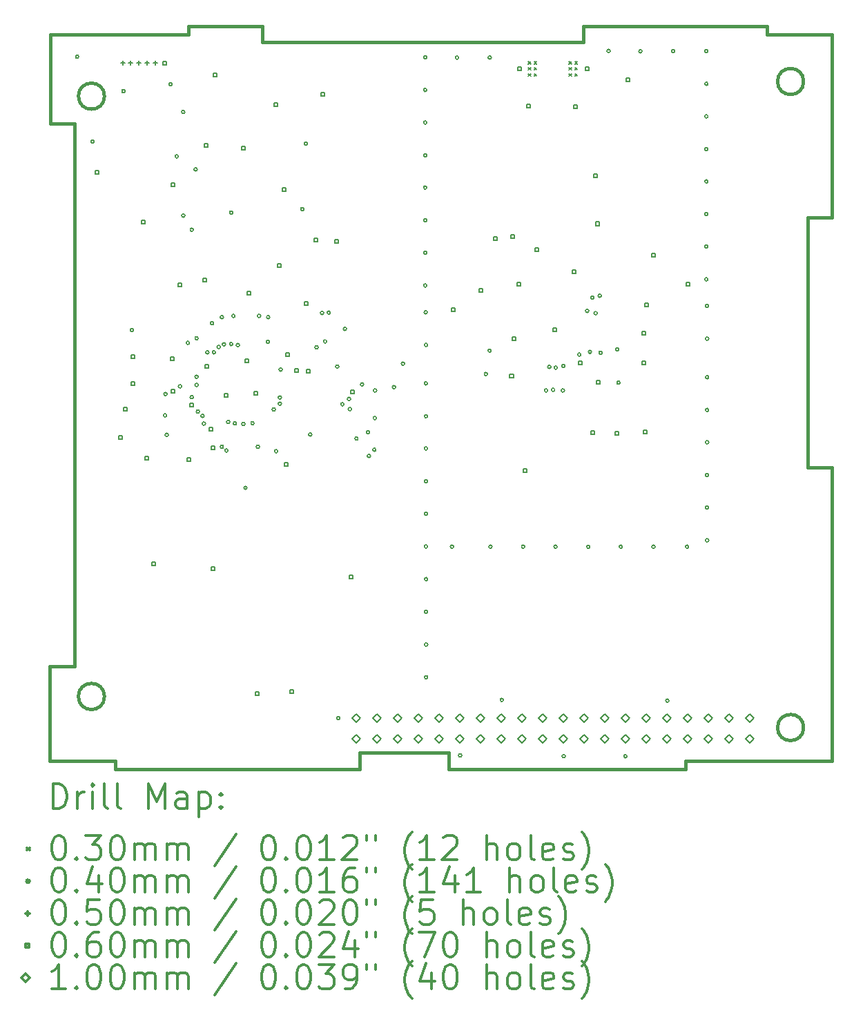
<source format=gbr>
%FSLAX45Y45*%
G04 Gerber Fmt 4.5, Leading zero omitted, Abs format (unit mm)*
G04 Created by KiCad (PCBNEW 5.1.5+dfsg1-2build2) date 2021-02-28 15:53:23*
%MOMM*%
%LPD*%
G04 APERTURE LIST*
%TA.AperFunction,Profile*%
%ADD10C,0.381000*%
%TD*%
%ADD11C,0.200000*%
%ADD12C,0.300000*%
G04 APERTURE END LIST*
D10*
X17678908Y-11075924D02*
X17678908Y-14675612D01*
X9788906Y-5765800D02*
X9788906Y-5665724D01*
X9788906Y-5665724D02*
X10689844Y-5665724D01*
X12978892Y-14575790D02*
X11888978Y-14575790D01*
X8388858Y-6865874D02*
X8089900Y-6865874D01*
X8388858Y-13515848D02*
X8388858Y-6865874D01*
X11888978Y-14775688D02*
X8890762Y-14775688D01*
X8756650Y-6525768D02*
G75*
G03X8756650Y-6525768I-159766J0D01*
G01*
X15878810Y-14675866D02*
X15878810Y-14775688D01*
X16878808Y-5665724D02*
X16878808Y-5765800D01*
X17678908Y-14675866D02*
X15878810Y-14675866D01*
X16878808Y-5765800D02*
X17678908Y-5765800D01*
X17330674Y-6345682D02*
G75*
G03X17330674Y-6345682I-159766J0D01*
G01*
X8089900Y-5765800D02*
X9788906Y-5765800D01*
X8088884Y-14675866D02*
X8088884Y-13515848D01*
X17378934Y-8015732D02*
X17378934Y-11075924D01*
X10689844Y-5864860D02*
X14628876Y-5864860D01*
X17330674Y-14267434D02*
G75*
G03X17330674Y-14267434I-160020J0D01*
G01*
X8890762Y-14775688D02*
X8890762Y-14675866D01*
X11888978Y-14575790D02*
X11888978Y-14775688D01*
X17378934Y-11075924D02*
X17678908Y-11075924D01*
X17678908Y-8015732D02*
X17378934Y-8015732D01*
X14628876Y-5665724D02*
X16878808Y-5665724D01*
X12978892Y-14775688D02*
X12978892Y-14575790D01*
X17678908Y-5765800D02*
X17678908Y-8015732D01*
X10689844Y-5665724D02*
X10689844Y-5864860D01*
X14628876Y-5864860D02*
X14628876Y-5665724D01*
X15178786Y-14775688D02*
X12978892Y-14775688D01*
X8890762Y-14675866D02*
X8088884Y-14675866D01*
X8088884Y-13515848D02*
X8388858Y-13515848D01*
X15878556Y-14775688D02*
X15178786Y-14775688D01*
X8756650Y-13886434D02*
G75*
G03X8756650Y-13886434I-160020J0D01*
G01*
X8089900Y-6865874D02*
X8089900Y-5765800D01*
D11*
X13951980Y-6099980D02*
X13981980Y-6129980D01*
X13981980Y-6099980D02*
X13951980Y-6129980D01*
X13951980Y-6174980D02*
X13981980Y-6204980D01*
X13981980Y-6174980D02*
X13951980Y-6204980D01*
X13951980Y-6249980D02*
X13981980Y-6279980D01*
X13981980Y-6249980D02*
X13951980Y-6279980D01*
X14026980Y-6099980D02*
X14056980Y-6129980D01*
X14056980Y-6099980D02*
X14026980Y-6129980D01*
X14026980Y-6174980D02*
X14056980Y-6204980D01*
X14056980Y-6174980D02*
X14026980Y-6204980D01*
X14026980Y-6249980D02*
X14056980Y-6279980D01*
X14056980Y-6249980D02*
X14026980Y-6279980D01*
X14451980Y-6099980D02*
X14481980Y-6129980D01*
X14481980Y-6099980D02*
X14451980Y-6129980D01*
X14451980Y-6174980D02*
X14481980Y-6204980D01*
X14481980Y-6174980D02*
X14451980Y-6204980D01*
X14451980Y-6249980D02*
X14481980Y-6279980D01*
X14481980Y-6249980D02*
X14451980Y-6279980D01*
X14526980Y-6099980D02*
X14556980Y-6129980D01*
X14556980Y-6099980D02*
X14526980Y-6129980D01*
X14526980Y-6174980D02*
X14556980Y-6204980D01*
X14556980Y-6174980D02*
X14526980Y-6204980D01*
X14526980Y-6249980D02*
X14556980Y-6279980D01*
X14556980Y-6249980D02*
X14526980Y-6279980D01*
X8441370Y-6041390D02*
G75*
G03X8441370Y-6041390I-20000J0D01*
G01*
X8629330Y-7080250D02*
G75*
G03X8629330Y-7080250I-20000J0D01*
G01*
X9009060Y-6464300D02*
G75*
G03X9009060Y-6464300I-20000J0D01*
G01*
X9113200Y-9392920D02*
G75*
G03X9113200Y-9392920I-20000J0D01*
G01*
X9519600Y-10439400D02*
G75*
G03X9519600Y-10439400I-20000J0D01*
G01*
X9524680Y-10177780D02*
G75*
G03X9524680Y-10177780I-20000J0D01*
G01*
X9539920Y-10678160D02*
G75*
G03X9539920Y-10678160I-20000J0D01*
G01*
X9585640Y-6380480D02*
G75*
G03X9585640Y-6380480I-20000J0D01*
G01*
X9663110Y-7263130D02*
G75*
G03X9663110Y-7263130I-20000J0D01*
G01*
X9702480Y-10083800D02*
G75*
G03X9702480Y-10083800I-20000J0D01*
G01*
X9741850Y-6719570D02*
G75*
G03X9741850Y-6719570I-20000J0D01*
G01*
X9743120Y-7990840D02*
G75*
G03X9743120Y-7990840I-20000J0D01*
G01*
X9799000Y-9550400D02*
G75*
G03X9799000Y-9550400I-20000J0D01*
G01*
X9846601Y-10216290D02*
G75*
G03X9846601Y-10216290I-20000J0D01*
G01*
X9847260Y-8163560D02*
G75*
G03X9847260Y-8163560I-20000J0D01*
G01*
X9894250Y-7424420D02*
G75*
G03X9894250Y-7424420I-20000J0D01*
G01*
X9905680Y-9494520D02*
G75*
G03X9905680Y-9494520I-20000J0D01*
G01*
X9905680Y-9966750D02*
G75*
G03X9905680Y-9966750I-20000J0D01*
G01*
X9905680Y-10066750D02*
G75*
G03X9905680Y-10066750I-20000J0D01*
G01*
X9922317Y-10393315D02*
G75*
G03X9922317Y-10393315I-20000J0D01*
G01*
X9979340Y-10447020D02*
G75*
G03X9979340Y-10447020I-20000J0D01*
G01*
X9995850Y-10541000D02*
G75*
G03X9995850Y-10541000I-20000J0D01*
G01*
X10037760Y-9667240D02*
G75*
G03X10037760Y-9667240I-20000J0D01*
G01*
X10096385Y-9309305D02*
G75*
G03X10096385Y-9309305I-20000J0D01*
G01*
X10119040Y-9667240D02*
G75*
G03X10119040Y-9667240I-20000J0D01*
G01*
X10176190Y-9601200D02*
G75*
G03X10176190Y-9601200I-20000J0D01*
G01*
X10215560Y-9236240D02*
G75*
G03X10215560Y-9236240I-20000J0D01*
G01*
X10215560Y-10824680D02*
G75*
G03X10215560Y-10824680I-20000J0D01*
G01*
X10240861Y-9568350D02*
G75*
G03X10240861Y-9568350I-20000J0D01*
G01*
X10271440Y-10871200D02*
G75*
G03X10271440Y-10871200I-20000J0D01*
G01*
X10293900Y-10520885D02*
G75*
G03X10293900Y-10520885I-20000J0D01*
G01*
X10329860Y-7954010D02*
G75*
G03X10329860Y-7954010I-20000J0D01*
G01*
X10331130Y-9565640D02*
G75*
G03X10331130Y-9565640I-20000J0D01*
G01*
X10357800Y-9220200D02*
G75*
G03X10357800Y-9220200I-20000J0D01*
G01*
X10375784Y-10538256D02*
G75*
G03X10375784Y-10538256I-20000J0D01*
G01*
X10412410Y-9578340D02*
G75*
G03X10412410Y-9578340I-20000J0D01*
G01*
X10479720Y-10546080D02*
G75*
G03X10479720Y-10546080I-20000J0D01*
G01*
X10505120Y-11328400D02*
G75*
G03X10505120Y-11328400I-20000J0D01*
G01*
X10591480Y-10535920D02*
G75*
G03X10591480Y-10535920I-20000J0D01*
G01*
X10657520Y-10824680D02*
G75*
G03X10657520Y-10824680I-20000J0D01*
G01*
X10672760Y-9220200D02*
G75*
G03X10672760Y-9220200I-20000J0D01*
G01*
X10779440Y-9538970D02*
G75*
G03X10779440Y-9538970I-20000J0D01*
G01*
X10784520Y-9236240D02*
G75*
G03X10784520Y-9236240I-20000J0D01*
G01*
X10852090Y-10366750D02*
G75*
G03X10852090Y-10366750I-20000J0D01*
G01*
X10881040Y-10878820D02*
G75*
G03X10881040Y-10878820I-20000J0D01*
G01*
X10926760Y-10220960D02*
G75*
G03X10926760Y-10220960I-20000J0D01*
G01*
X10926760Y-10297160D02*
G75*
G03X10926760Y-10297160I-20000J0D01*
G01*
X10936920Y-9878060D02*
G75*
G03X10936920Y-9878060I-20000J0D01*
G01*
X11202350Y-7910830D02*
G75*
G03X11202350Y-7910830I-20000J0D01*
G01*
X11245530Y-7105650D02*
G75*
G03X11245530Y-7105650I-20000J0D01*
G01*
X11298870Y-10674350D02*
G75*
G03X11298870Y-10674350I-20000J0D01*
G01*
X11376340Y-9605010D02*
G75*
G03X11376340Y-9605010I-20000J0D01*
G01*
X11444920Y-9184640D02*
G75*
G03X11444920Y-9184640I-20000J0D01*
G01*
X11481750Y-9534361D02*
G75*
G03X11481750Y-9534361I-20000J0D01*
G01*
X11526200Y-9179560D02*
G75*
G03X11526200Y-9179560I-20000J0D01*
G01*
X11631610Y-9841230D02*
G75*
G03X11631610Y-9841230I-20000J0D01*
G01*
X11643040Y-14154150D02*
G75*
G03X11643040Y-14154150I-20000J0D01*
G01*
X11694874Y-10303274D02*
G75*
G03X11694874Y-10303274I-20000J0D01*
G01*
X11725590Y-9378950D02*
G75*
G03X11725590Y-9378950I-20000J0D01*
G01*
X11775418Y-10238132D02*
G75*
G03X11775418Y-10238132I-20000J0D01*
G01*
X11785280Y-10363200D02*
G75*
G03X11785280Y-10363200I-20000J0D01*
G01*
X11866560Y-10723880D02*
G75*
G03X11866560Y-10723880I-20000J0D01*
G01*
X11935140Y-10059670D02*
G75*
G03X11935140Y-10059670I-20000J0D01*
G01*
X12008800Y-10647680D02*
G75*
G03X12008800Y-10647680I-20000J0D01*
G01*
X12018960Y-10937240D02*
G75*
G03X12018960Y-10937240I-20000J0D01*
G01*
X12085000Y-10861040D02*
G75*
G03X12085000Y-10861040I-20000J0D01*
G01*
X12091350Y-10473690D02*
G75*
G03X12091350Y-10473690I-20000J0D01*
G01*
X12096430Y-10134600D02*
G75*
G03X12096430Y-10134600I-20000J0D01*
G01*
X12327570Y-10093960D02*
G75*
G03X12327570Y-10093960I-20000J0D01*
G01*
X12438060Y-9805670D02*
G75*
G03X12438060Y-9805670I-20000J0D01*
G01*
X12709840Y-6049010D02*
G75*
G03X12709840Y-6049010I-20000J0D01*
G01*
X12709840Y-6450330D02*
G75*
G03X12709840Y-6450330I-20000J0D01*
G01*
X12709840Y-6849110D02*
G75*
G03X12709840Y-6849110I-20000J0D01*
G01*
X12709840Y-7250430D02*
G75*
G03X12709840Y-7250430I-20000J0D01*
G01*
X12709840Y-7646670D02*
G75*
G03X12709840Y-7646670I-20000J0D01*
G01*
X12709840Y-8047990D02*
G75*
G03X12709840Y-8047990I-20000J0D01*
G01*
X12709840Y-8446770D02*
G75*
G03X12709840Y-8446770I-20000J0D01*
G01*
X12709840Y-8848090D02*
G75*
G03X12709840Y-8848090I-20000J0D01*
G01*
X12716190Y-9175750D02*
G75*
G03X12716190Y-9175750I-20000J0D01*
G01*
X12718730Y-10048240D02*
G75*
G03X12718730Y-10048240I-20000J0D01*
G01*
X12718730Y-10449560D02*
G75*
G03X12718730Y-10449560I-20000J0D01*
G01*
X12718730Y-10845800D02*
G75*
G03X12718730Y-10845800I-20000J0D01*
G01*
X12718730Y-11247120D02*
G75*
G03X12718730Y-11247120I-20000J0D01*
G01*
X12718730Y-11645900D02*
G75*
G03X12718730Y-11645900I-20000J0D01*
G01*
X12718730Y-12047220D02*
G75*
G03X12718730Y-12047220I-20000J0D01*
G01*
X12720000Y-9575800D02*
G75*
G03X12720000Y-9575800I-20000J0D01*
G01*
X12720000Y-12447270D02*
G75*
G03X12720000Y-12447270I-20000J0D01*
G01*
X12720000Y-12848590D02*
G75*
G03X12720000Y-12848590I-20000J0D01*
G01*
X12721270Y-13249910D02*
G75*
G03X12721270Y-13249910I-20000J0D01*
G01*
X12721270Y-13651230D02*
G75*
G03X12721270Y-13651230I-20000J0D01*
G01*
X13037500Y-12048490D02*
G75*
G03X13037500Y-12048490I-20000J0D01*
G01*
X13099730Y-6052820D02*
G75*
G03X13099730Y-6052820I-20000J0D01*
G01*
X13139100Y-14608810D02*
G75*
G03X13139100Y-14608810I-20000J0D01*
G01*
X13454060Y-9933141D02*
G75*
G03X13454060Y-9933141I-20000J0D01*
G01*
X13499780Y-9645650D02*
G75*
G03X13499780Y-9645650I-20000J0D01*
G01*
X13501050Y-6052820D02*
G75*
G03X13501050Y-6052820I-20000J0D01*
G01*
X13509940Y-12049760D02*
G75*
G03X13509940Y-12049760I-20000J0D01*
G01*
X13649640Y-13929360D02*
G75*
G03X13649640Y-13929360I-20000J0D01*
G01*
X13911260Y-12049760D02*
G75*
G03X13911260Y-12049760I-20000J0D01*
G01*
X14191930Y-10133330D02*
G75*
G03X14191930Y-10133330I-20000J0D01*
G01*
X14232302Y-9845245D02*
G75*
G03X14232302Y-9845245I-20000J0D01*
G01*
X14278290Y-10125710D02*
G75*
G03X14278290Y-10125710I-20000J0D01*
G01*
X14307500Y-12049760D02*
G75*
G03X14307500Y-12049760I-20000J0D01*
G01*
X14310040Y-9855200D02*
G75*
G03X14310040Y-9855200I-20000J0D01*
G01*
X14398940Y-10134600D02*
G75*
G03X14398940Y-10134600I-20000J0D01*
G01*
X14404020Y-9834880D02*
G75*
G03X14404020Y-9834880I-20000J0D01*
G01*
X14407830Y-14618970D02*
G75*
G03X14407830Y-14618970I-20000J0D01*
G01*
X14600162Y-9695215D02*
G75*
G03X14600162Y-9695215I-20000J0D01*
G01*
X14696120Y-9159240D02*
G75*
G03X14696120Y-9159240I-20000J0D01*
G01*
X14708820Y-12049760D02*
G75*
G03X14708820Y-12049760I-20000J0D01*
G01*
X14730085Y-9660818D02*
G75*
G03X14730085Y-9660818I-20000J0D01*
G01*
X14759270Y-8994153D02*
G75*
G03X14759270Y-8994153I-20000J0D01*
G01*
X14800260Y-9187180D02*
G75*
G03X14800260Y-9187180I-20000J0D01*
G01*
X14850688Y-8973448D02*
G75*
G03X14850688Y-8973448I-20000J0D01*
G01*
X14860087Y-9671570D02*
G75*
G03X14860087Y-9671570I-20000J0D01*
G01*
X14959010Y-5971540D02*
G75*
G03X14959010Y-5971540I-20000J0D01*
G01*
X15065690Y-9630410D02*
G75*
G03X15065690Y-9630410I-20000J0D01*
G01*
X15079660Y-10038080D02*
G75*
G03X15079660Y-10038080I-20000J0D01*
G01*
X15107600Y-12049760D02*
G75*
G03X15107600Y-12049760I-20000J0D01*
G01*
X15164750Y-14620240D02*
G75*
G03X15164750Y-14620240I-20000J0D01*
G01*
X15348900Y-5975350D02*
G75*
G03X15348900Y-5975350I-20000J0D01*
G01*
X15508920Y-12049760D02*
G75*
G03X15508920Y-12049760I-20000J0D01*
G01*
X15679100Y-13936980D02*
G75*
G03X15679100Y-13936980I-20000J0D01*
G01*
X15750220Y-5975350D02*
G75*
G03X15750220Y-5975350I-20000J0D01*
G01*
X15920400Y-12049760D02*
G75*
G03X15920400Y-12049760I-20000J0D01*
G01*
X16157890Y-5972810D02*
G75*
G03X16157890Y-5972810I-20000J0D01*
G01*
X16157890Y-6374130D02*
G75*
G03X16157890Y-6374130I-20000J0D01*
G01*
X16157890Y-6772910D02*
G75*
G03X16157890Y-6772910I-20000J0D01*
G01*
X16157890Y-7174230D02*
G75*
G03X16157890Y-7174230I-20000J0D01*
G01*
X16157890Y-7570470D02*
G75*
G03X16157890Y-7570470I-20000J0D01*
G01*
X16157890Y-7971790D02*
G75*
G03X16157890Y-7971790I-20000J0D01*
G01*
X16157890Y-8370570D02*
G75*
G03X16157890Y-8370570I-20000J0D01*
G01*
X16157890Y-8771890D02*
G75*
G03X16157890Y-8771890I-20000J0D01*
G01*
X16164240Y-9099550D02*
G75*
G03X16164240Y-9099550I-20000J0D01*
G01*
X16166780Y-9972040D02*
G75*
G03X16166780Y-9972040I-20000J0D01*
G01*
X16166780Y-10373360D02*
G75*
G03X16166780Y-10373360I-20000J0D01*
G01*
X16166780Y-10769600D02*
G75*
G03X16166780Y-10769600I-20000J0D01*
G01*
X16166780Y-11170920D02*
G75*
G03X16166780Y-11170920I-20000J0D01*
G01*
X16166780Y-11569700D02*
G75*
G03X16166780Y-11569700I-20000J0D01*
G01*
X16166780Y-11971020D02*
G75*
G03X16166780Y-11971020I-20000J0D01*
G01*
X16168050Y-9499600D02*
G75*
G03X16168050Y-9499600I-20000J0D01*
G01*
X8978900Y-6093860D02*
X8978900Y-6143860D01*
X8953900Y-6118860D02*
X9003900Y-6118860D01*
X9078900Y-6093860D02*
X9078900Y-6143860D01*
X9053900Y-6118860D02*
X9103900Y-6118860D01*
X9178900Y-6093860D02*
X9178900Y-6143860D01*
X9153900Y-6118860D02*
X9203900Y-6118860D01*
X9278900Y-6093860D02*
X9278900Y-6143860D01*
X9253900Y-6118860D02*
X9303900Y-6118860D01*
X9378900Y-6093860D02*
X9378900Y-6143860D01*
X9353900Y-6118860D02*
X9403900Y-6118860D01*
X8682613Y-7483733D02*
X8682613Y-7441307D01*
X8640187Y-7441307D01*
X8640187Y-7483733D01*
X8682613Y-7483733D01*
X8972173Y-10729853D02*
X8972173Y-10687427D01*
X8929747Y-10687427D01*
X8929747Y-10729853D01*
X8972173Y-10729853D01*
X9035673Y-10381873D02*
X9035673Y-10339447D01*
X8993247Y-10339447D01*
X8993247Y-10381873D01*
X9035673Y-10381873D01*
X9129653Y-9744333D02*
X9129653Y-9701907D01*
X9087227Y-9701907D01*
X9087227Y-9744333D01*
X9129653Y-9744333D01*
X9129653Y-10074533D02*
X9129653Y-10032107D01*
X9087227Y-10032107D01*
X9087227Y-10074533D01*
X9129653Y-10074533D01*
X9256653Y-8088253D02*
X9256653Y-8045827D01*
X9214227Y-8045827D01*
X9214227Y-8088253D01*
X9256653Y-8088253D01*
X9297293Y-10988933D02*
X9297293Y-10946507D01*
X9254867Y-10946507D01*
X9254867Y-10988933D01*
X9297293Y-10988933D01*
X9383653Y-12279253D02*
X9383653Y-12236827D01*
X9341227Y-12236827D01*
X9341227Y-12279253D01*
X9383653Y-12279253D01*
X9513193Y-6139462D02*
X9513193Y-6097036D01*
X9470767Y-6097036D01*
X9470767Y-6139462D01*
X9513193Y-6139462D01*
X9609713Y-9764653D02*
X9609713Y-9722227D01*
X9567287Y-9722227D01*
X9567287Y-9764653D01*
X9609713Y-9764653D01*
X9617333Y-7636133D02*
X9617333Y-7593707D01*
X9574907Y-7593707D01*
X9574907Y-7636133D01*
X9617333Y-7636133D01*
X9619873Y-10162163D02*
X9619873Y-10119737D01*
X9577447Y-10119737D01*
X9577447Y-10162163D01*
X9619873Y-10162163D01*
X9698613Y-8859143D02*
X9698613Y-8816717D01*
X9656187Y-8816717D01*
X9656187Y-8859143D01*
X9698613Y-8859143D01*
X9810374Y-10999094D02*
X9810374Y-10956667D01*
X9767947Y-10956667D01*
X9767947Y-10999094D01*
X9810374Y-10999094D01*
X9849514Y-10332489D02*
X9849514Y-10290063D01*
X9807087Y-10290063D01*
X9807087Y-10332489D01*
X9849514Y-10332489D01*
X10003413Y-8800723D02*
X10003413Y-8758297D01*
X9960987Y-8758297D01*
X9960987Y-8800723D01*
X10003413Y-8800723D01*
X10019923Y-7150993D02*
X10019923Y-7108567D01*
X9977497Y-7108567D01*
X9977497Y-7150993D01*
X10019923Y-7150993D01*
X10028813Y-9856093D02*
X10028813Y-9813667D01*
X9986387Y-9813667D01*
X9986387Y-9856093D01*
X10028813Y-9856093D01*
X10079383Y-10627214D02*
X10079383Y-10584787D01*
X10036957Y-10584787D01*
X10036957Y-10627214D01*
X10079383Y-10627214D01*
X10107437Y-10859153D02*
X10107437Y-10816726D01*
X10065010Y-10816726D01*
X10065010Y-10859153D01*
X10107437Y-10859153D01*
X10110093Y-12340213D02*
X10110093Y-12297787D01*
X10067666Y-12297787D01*
X10067666Y-12340213D01*
X10110093Y-12340213D01*
X10132953Y-6288663D02*
X10132953Y-6246237D01*
X10090527Y-6246237D01*
X10090527Y-6288663D01*
X10132953Y-6288663D01*
X10270113Y-10212963D02*
X10270113Y-10170537D01*
X10227687Y-10170537D01*
X10227687Y-10212963D01*
X10270113Y-10212963D01*
X10480933Y-7184013D02*
X10480933Y-7141587D01*
X10438507Y-7141587D01*
X10438507Y-7184013D01*
X10480933Y-7184013D01*
X10526653Y-9791323D02*
X10526653Y-9748897D01*
X10484227Y-9748897D01*
X10484227Y-9791323D01*
X10526653Y-9791323D01*
X10546973Y-8962013D02*
X10546973Y-8919587D01*
X10504547Y-8919587D01*
X10504547Y-8962013D01*
X10546973Y-8962013D01*
X10632063Y-10187563D02*
X10632063Y-10145137D01*
X10589637Y-10145137D01*
X10589637Y-10187563D01*
X10632063Y-10187563D01*
X10651113Y-13871833D02*
X10651113Y-13829407D01*
X10608687Y-13829407D01*
X10608687Y-13871833D01*
X10651113Y-13871833D01*
X10880983Y-6650613D02*
X10880983Y-6608187D01*
X10838557Y-6608187D01*
X10838557Y-6650613D01*
X10880983Y-6650613D01*
X10922893Y-8621653D02*
X10922893Y-8579227D01*
X10880467Y-8579227D01*
X10880467Y-8621653D01*
X10922893Y-8621653D01*
X10982583Y-7694553D02*
X10982583Y-7652127D01*
X10940157Y-7652127D01*
X10940157Y-7694553D01*
X10982583Y-7694553D01*
X11004173Y-11060053D02*
X11004173Y-11017627D01*
X10961747Y-11017627D01*
X10961747Y-11060053D01*
X11004173Y-11060053D01*
X11022729Y-9711439D02*
X11022729Y-9669012D01*
X10980302Y-9669012D01*
X10980302Y-9711439D01*
X11022729Y-9711439D01*
X11071483Y-13850243D02*
X11071483Y-13807817D01*
X11029057Y-13807817D01*
X11029057Y-13850243D01*
X11071483Y-13850243D01*
X11136253Y-9911973D02*
X11136253Y-9869547D01*
X11093827Y-9869547D01*
X11093827Y-9911973D01*
X11136253Y-9911973D01*
X11253093Y-9089013D02*
X11253093Y-9046587D01*
X11210667Y-9046587D01*
X11210667Y-9089013D01*
X11253093Y-9089013D01*
X11275953Y-9920863D02*
X11275953Y-9878437D01*
X11233527Y-9878437D01*
X11233527Y-9920863D01*
X11275953Y-9920863D01*
X11367393Y-8313043D02*
X11367393Y-8270617D01*
X11324967Y-8270617D01*
X11324967Y-8313043D01*
X11367393Y-8313043D01*
X11452483Y-6523613D02*
X11452483Y-6481187D01*
X11410057Y-6481187D01*
X11410057Y-6523613D01*
X11452483Y-6523613D01*
X11626473Y-8323203D02*
X11626473Y-8280777D01*
X11584047Y-8280777D01*
X11584047Y-8323203D01*
X11626473Y-8323203D01*
X11799193Y-12443083D02*
X11799193Y-12400657D01*
X11756767Y-12400657D01*
X11756767Y-12443083D01*
X11799193Y-12443083D01*
X11815027Y-10172450D02*
X11815027Y-10130023D01*
X11772601Y-10130023D01*
X11772601Y-10172450D01*
X11815027Y-10172450D01*
X13056493Y-9165213D02*
X13056493Y-9122787D01*
X13014067Y-9122787D01*
X13014067Y-9165213D01*
X13056493Y-9165213D01*
X13396853Y-8931533D02*
X13396853Y-8889107D01*
X13354427Y-8889107D01*
X13354427Y-8931533D01*
X13396853Y-8931533D01*
X13569573Y-8296533D02*
X13569573Y-8254107D01*
X13527147Y-8254107D01*
X13527147Y-8296533D01*
X13569573Y-8296533D01*
X13770233Y-9979354D02*
X13770233Y-9936928D01*
X13727807Y-9936928D01*
X13727807Y-9979354D01*
X13770233Y-9979354D01*
X13780393Y-8271133D02*
X13780393Y-8228707D01*
X13737967Y-8228707D01*
X13737967Y-8271133D01*
X13780393Y-8271133D01*
X13800713Y-9524623D02*
X13800713Y-9482197D01*
X13758287Y-9482197D01*
X13758287Y-9524623D01*
X13800713Y-9524623D01*
X13857863Y-8852793D02*
X13857863Y-8810367D01*
X13815437Y-8810367D01*
X13815437Y-8852793D01*
X13857863Y-8852793D01*
X13869293Y-6208653D02*
X13869293Y-6166227D01*
X13826867Y-6166227D01*
X13826867Y-6208653D01*
X13869293Y-6208653D01*
X13936603Y-11137523D02*
X13936603Y-11095097D01*
X13894177Y-11095097D01*
X13894177Y-11137523D01*
X13936603Y-11137523D01*
X13975973Y-6665853D02*
X13975973Y-6623427D01*
X13933547Y-6623427D01*
X13933547Y-6665853D01*
X13975973Y-6665853D01*
X14077573Y-8428613D02*
X14077573Y-8386187D01*
X14035147Y-8386187D01*
X14035147Y-8428613D01*
X14077573Y-8428613D01*
X14301093Y-9414133D02*
X14301093Y-9371707D01*
X14258667Y-9371707D01*
X14258667Y-9414133D01*
X14301093Y-9414133D01*
X14534773Y-8697853D02*
X14534773Y-8655427D01*
X14492347Y-8655427D01*
X14492347Y-8697853D01*
X14534773Y-8697853D01*
X14555093Y-6676013D02*
X14555093Y-6633587D01*
X14512667Y-6633587D01*
X14512667Y-6676013D01*
X14555093Y-6676013D01*
X14609061Y-9818009D02*
X14609061Y-9775582D01*
X14566634Y-9775582D01*
X14566634Y-9818009D01*
X14609061Y-9818009D01*
X14699873Y-6213733D02*
X14699873Y-6171307D01*
X14657447Y-6171307D01*
X14657447Y-6213733D01*
X14699873Y-6213733D01*
X14763373Y-10670163D02*
X14763373Y-10627737D01*
X14720947Y-10627737D01*
X14720947Y-10670163D01*
X14763373Y-10670163D01*
X14798933Y-7524373D02*
X14798933Y-7481947D01*
X14756507Y-7481947D01*
X14756507Y-7524373D01*
X14798933Y-7524373D01*
X14824333Y-8111113D02*
X14824333Y-8068687D01*
X14781907Y-8068687D01*
X14781907Y-8111113D01*
X14824333Y-8111113D01*
X14831646Y-10053907D02*
X14831646Y-10011480D01*
X14789220Y-10011480D01*
X14789220Y-10053907D01*
X14831646Y-10053907D01*
X15059283Y-10677783D02*
X15059283Y-10635357D01*
X15016857Y-10635357D01*
X15016857Y-10677783D01*
X15059283Y-10677783D01*
X15197713Y-6343273D02*
X15197713Y-6300847D01*
X15155287Y-6300847D01*
X15155287Y-6343273D01*
X15197713Y-6343273D01*
X15393293Y-9454773D02*
X15393293Y-9412347D01*
X15350867Y-9412347D01*
X15350867Y-9454773D01*
X15393293Y-9454773D01*
X15393293Y-9815453D02*
X15393293Y-9773027D01*
X15350867Y-9773027D01*
X15350867Y-9815453D01*
X15393293Y-9815453D01*
X15412343Y-10662543D02*
X15412343Y-10620117D01*
X15369917Y-10620117D01*
X15369917Y-10662543D01*
X15412343Y-10662543D01*
X15428853Y-9109333D02*
X15428853Y-9066907D01*
X15386427Y-9066907D01*
X15386427Y-9109333D01*
X15428853Y-9109333D01*
X15510133Y-8499733D02*
X15510133Y-8457307D01*
X15467707Y-8457307D01*
X15467707Y-8499733D01*
X15510133Y-8499733D01*
X15931773Y-8855333D02*
X15931773Y-8812907D01*
X15889347Y-8812907D01*
X15889347Y-8855333D01*
X15931773Y-8855333D01*
X11846560Y-14202880D02*
X11896560Y-14152880D01*
X11846560Y-14102880D01*
X11796560Y-14152880D01*
X11846560Y-14202880D01*
X11846560Y-14456880D02*
X11896560Y-14406880D01*
X11846560Y-14356880D01*
X11796560Y-14406880D01*
X11846560Y-14456880D01*
X12100560Y-14202880D02*
X12150560Y-14152880D01*
X12100560Y-14102880D01*
X12050560Y-14152880D01*
X12100560Y-14202880D01*
X12100560Y-14456880D02*
X12150560Y-14406880D01*
X12100560Y-14356880D01*
X12050560Y-14406880D01*
X12100560Y-14456880D01*
X12354560Y-14202880D02*
X12404560Y-14152880D01*
X12354560Y-14102880D01*
X12304560Y-14152880D01*
X12354560Y-14202880D01*
X12354560Y-14456880D02*
X12404560Y-14406880D01*
X12354560Y-14356880D01*
X12304560Y-14406880D01*
X12354560Y-14456880D01*
X12608560Y-14202880D02*
X12658560Y-14152880D01*
X12608560Y-14102880D01*
X12558560Y-14152880D01*
X12608560Y-14202880D01*
X12608560Y-14456880D02*
X12658560Y-14406880D01*
X12608560Y-14356880D01*
X12558560Y-14406880D01*
X12608560Y-14456880D01*
X12862560Y-14202880D02*
X12912560Y-14152880D01*
X12862560Y-14102880D01*
X12812560Y-14152880D01*
X12862560Y-14202880D01*
X12862560Y-14456880D02*
X12912560Y-14406880D01*
X12862560Y-14356880D01*
X12812560Y-14406880D01*
X12862560Y-14456880D01*
X13116560Y-14202880D02*
X13166560Y-14152880D01*
X13116560Y-14102880D01*
X13066560Y-14152880D01*
X13116560Y-14202880D01*
X13116560Y-14456880D02*
X13166560Y-14406880D01*
X13116560Y-14356880D01*
X13066560Y-14406880D01*
X13116560Y-14456880D01*
X13370560Y-14202880D02*
X13420560Y-14152880D01*
X13370560Y-14102880D01*
X13320560Y-14152880D01*
X13370560Y-14202880D01*
X13370560Y-14456880D02*
X13420560Y-14406880D01*
X13370560Y-14356880D01*
X13320560Y-14406880D01*
X13370560Y-14456880D01*
X13624560Y-14202880D02*
X13674560Y-14152880D01*
X13624560Y-14102880D01*
X13574560Y-14152880D01*
X13624560Y-14202880D01*
X13624560Y-14456880D02*
X13674560Y-14406880D01*
X13624560Y-14356880D01*
X13574560Y-14406880D01*
X13624560Y-14456880D01*
X13878560Y-14202880D02*
X13928560Y-14152880D01*
X13878560Y-14102880D01*
X13828560Y-14152880D01*
X13878560Y-14202880D01*
X13878560Y-14456880D02*
X13928560Y-14406880D01*
X13878560Y-14356880D01*
X13828560Y-14406880D01*
X13878560Y-14456880D01*
X14132560Y-14202880D02*
X14182560Y-14152880D01*
X14132560Y-14102880D01*
X14082560Y-14152880D01*
X14132560Y-14202880D01*
X14132560Y-14456880D02*
X14182560Y-14406880D01*
X14132560Y-14356880D01*
X14082560Y-14406880D01*
X14132560Y-14456880D01*
X14386560Y-14202880D02*
X14436560Y-14152880D01*
X14386560Y-14102880D01*
X14336560Y-14152880D01*
X14386560Y-14202880D01*
X14386560Y-14456880D02*
X14436560Y-14406880D01*
X14386560Y-14356880D01*
X14336560Y-14406880D01*
X14386560Y-14456880D01*
X14640560Y-14202880D02*
X14690560Y-14152880D01*
X14640560Y-14102880D01*
X14590560Y-14152880D01*
X14640560Y-14202880D01*
X14640560Y-14456880D02*
X14690560Y-14406880D01*
X14640560Y-14356880D01*
X14590560Y-14406880D01*
X14640560Y-14456880D01*
X14894560Y-14202880D02*
X14944560Y-14152880D01*
X14894560Y-14102880D01*
X14844560Y-14152880D01*
X14894560Y-14202880D01*
X14894560Y-14456880D02*
X14944560Y-14406880D01*
X14894560Y-14356880D01*
X14844560Y-14406880D01*
X14894560Y-14456880D01*
X15148560Y-14202880D02*
X15198560Y-14152880D01*
X15148560Y-14102880D01*
X15098560Y-14152880D01*
X15148560Y-14202880D01*
X15148560Y-14456880D02*
X15198560Y-14406880D01*
X15148560Y-14356880D01*
X15098560Y-14406880D01*
X15148560Y-14456880D01*
X15402560Y-14202880D02*
X15452560Y-14152880D01*
X15402560Y-14102880D01*
X15352560Y-14152880D01*
X15402560Y-14202880D01*
X15402560Y-14456880D02*
X15452560Y-14406880D01*
X15402560Y-14356880D01*
X15352560Y-14406880D01*
X15402560Y-14456880D01*
X15656560Y-14202880D02*
X15706560Y-14152880D01*
X15656560Y-14102880D01*
X15606560Y-14152880D01*
X15656560Y-14202880D01*
X15656560Y-14456880D02*
X15706560Y-14406880D01*
X15656560Y-14356880D01*
X15606560Y-14406880D01*
X15656560Y-14456880D01*
X15910560Y-14202880D02*
X15960560Y-14152880D01*
X15910560Y-14102880D01*
X15860560Y-14152880D01*
X15910560Y-14202880D01*
X15910560Y-14456880D02*
X15960560Y-14406880D01*
X15910560Y-14356880D01*
X15860560Y-14406880D01*
X15910560Y-14456880D01*
X16164560Y-14202880D02*
X16214560Y-14152880D01*
X16164560Y-14102880D01*
X16114560Y-14152880D01*
X16164560Y-14202880D01*
X16164560Y-14456880D02*
X16214560Y-14406880D01*
X16164560Y-14356880D01*
X16114560Y-14406880D01*
X16164560Y-14456880D01*
X16418560Y-14202880D02*
X16468560Y-14152880D01*
X16418560Y-14102880D01*
X16368560Y-14152880D01*
X16418560Y-14202880D01*
X16418560Y-14456880D02*
X16468560Y-14406880D01*
X16418560Y-14356880D01*
X16368560Y-14406880D01*
X16418560Y-14456880D01*
X16672560Y-14202880D02*
X16722560Y-14152880D01*
X16672560Y-14102880D01*
X16622560Y-14152880D01*
X16672560Y-14202880D01*
X16672560Y-14456880D02*
X16722560Y-14406880D01*
X16672560Y-14356880D01*
X16622560Y-14406880D01*
X16672560Y-14456880D01*
D12*
X8126074Y-15260452D02*
X8126074Y-14960452D01*
X8197503Y-14960452D01*
X8240360Y-14974738D01*
X8268932Y-15003309D01*
X8283217Y-15031881D01*
X8297503Y-15089024D01*
X8297503Y-15131881D01*
X8283217Y-15189024D01*
X8268932Y-15217595D01*
X8240360Y-15246167D01*
X8197503Y-15260452D01*
X8126074Y-15260452D01*
X8426075Y-15260452D02*
X8426075Y-15060452D01*
X8426075Y-15117595D02*
X8440360Y-15089024D01*
X8454646Y-15074738D01*
X8483217Y-15060452D01*
X8511789Y-15060452D01*
X8611789Y-15260452D02*
X8611789Y-15060452D01*
X8611789Y-14960452D02*
X8597503Y-14974738D01*
X8611789Y-14989024D01*
X8626075Y-14974738D01*
X8611789Y-14960452D01*
X8611789Y-14989024D01*
X8797503Y-15260452D02*
X8768932Y-15246167D01*
X8754646Y-15217595D01*
X8754646Y-14960452D01*
X8954646Y-15260452D02*
X8926075Y-15246167D01*
X8911789Y-15217595D01*
X8911789Y-14960452D01*
X9297503Y-15260452D02*
X9297503Y-14960452D01*
X9397503Y-15174738D01*
X9497503Y-14960452D01*
X9497503Y-15260452D01*
X9768932Y-15260452D02*
X9768932Y-15103309D01*
X9754646Y-15074738D01*
X9726075Y-15060452D01*
X9668932Y-15060452D01*
X9640360Y-15074738D01*
X9768932Y-15246167D02*
X9740360Y-15260452D01*
X9668932Y-15260452D01*
X9640360Y-15246167D01*
X9626075Y-15217595D01*
X9626075Y-15189024D01*
X9640360Y-15160452D01*
X9668932Y-15146167D01*
X9740360Y-15146167D01*
X9768932Y-15131881D01*
X9911789Y-15060452D02*
X9911789Y-15360452D01*
X9911789Y-15074738D02*
X9940360Y-15060452D01*
X9997503Y-15060452D01*
X10026075Y-15074738D01*
X10040360Y-15089024D01*
X10054646Y-15117595D01*
X10054646Y-15203309D01*
X10040360Y-15231881D01*
X10026075Y-15246167D01*
X9997503Y-15260452D01*
X9940360Y-15260452D01*
X9911789Y-15246167D01*
X10183217Y-15231881D02*
X10197503Y-15246167D01*
X10183217Y-15260452D01*
X10168932Y-15246167D01*
X10183217Y-15231881D01*
X10183217Y-15260452D01*
X10183217Y-15074738D02*
X10197503Y-15089024D01*
X10183217Y-15103309D01*
X10168932Y-15089024D01*
X10183217Y-15074738D01*
X10183217Y-15103309D01*
X7809646Y-15739738D02*
X7839646Y-15769738D01*
X7839646Y-15739738D02*
X7809646Y-15769738D01*
X8183217Y-15590452D02*
X8211789Y-15590452D01*
X8240360Y-15604738D01*
X8254646Y-15619024D01*
X8268932Y-15647595D01*
X8283217Y-15704738D01*
X8283217Y-15776167D01*
X8268932Y-15833309D01*
X8254646Y-15861881D01*
X8240360Y-15876167D01*
X8211789Y-15890452D01*
X8183217Y-15890452D01*
X8154646Y-15876167D01*
X8140360Y-15861881D01*
X8126074Y-15833309D01*
X8111789Y-15776167D01*
X8111789Y-15704738D01*
X8126074Y-15647595D01*
X8140360Y-15619024D01*
X8154646Y-15604738D01*
X8183217Y-15590452D01*
X8411789Y-15861881D02*
X8426075Y-15876167D01*
X8411789Y-15890452D01*
X8397503Y-15876167D01*
X8411789Y-15861881D01*
X8411789Y-15890452D01*
X8526075Y-15590452D02*
X8711789Y-15590452D01*
X8611789Y-15704738D01*
X8654646Y-15704738D01*
X8683217Y-15719024D01*
X8697503Y-15733309D01*
X8711789Y-15761881D01*
X8711789Y-15833309D01*
X8697503Y-15861881D01*
X8683217Y-15876167D01*
X8654646Y-15890452D01*
X8568932Y-15890452D01*
X8540360Y-15876167D01*
X8526075Y-15861881D01*
X8897503Y-15590452D02*
X8926075Y-15590452D01*
X8954646Y-15604738D01*
X8968932Y-15619024D01*
X8983217Y-15647595D01*
X8997503Y-15704738D01*
X8997503Y-15776167D01*
X8983217Y-15833309D01*
X8968932Y-15861881D01*
X8954646Y-15876167D01*
X8926075Y-15890452D01*
X8897503Y-15890452D01*
X8868932Y-15876167D01*
X8854646Y-15861881D01*
X8840360Y-15833309D01*
X8826075Y-15776167D01*
X8826075Y-15704738D01*
X8840360Y-15647595D01*
X8854646Y-15619024D01*
X8868932Y-15604738D01*
X8897503Y-15590452D01*
X9126075Y-15890452D02*
X9126075Y-15690452D01*
X9126075Y-15719024D02*
X9140360Y-15704738D01*
X9168932Y-15690452D01*
X9211789Y-15690452D01*
X9240360Y-15704738D01*
X9254646Y-15733309D01*
X9254646Y-15890452D01*
X9254646Y-15733309D02*
X9268932Y-15704738D01*
X9297503Y-15690452D01*
X9340360Y-15690452D01*
X9368932Y-15704738D01*
X9383217Y-15733309D01*
X9383217Y-15890452D01*
X9526075Y-15890452D02*
X9526075Y-15690452D01*
X9526075Y-15719024D02*
X9540360Y-15704738D01*
X9568932Y-15690452D01*
X9611789Y-15690452D01*
X9640360Y-15704738D01*
X9654646Y-15733309D01*
X9654646Y-15890452D01*
X9654646Y-15733309D02*
X9668932Y-15704738D01*
X9697503Y-15690452D01*
X9740360Y-15690452D01*
X9768932Y-15704738D01*
X9783217Y-15733309D01*
X9783217Y-15890452D01*
X10368932Y-15576167D02*
X10111789Y-15961881D01*
X10754646Y-15590452D02*
X10783217Y-15590452D01*
X10811789Y-15604738D01*
X10826075Y-15619024D01*
X10840360Y-15647595D01*
X10854646Y-15704738D01*
X10854646Y-15776167D01*
X10840360Y-15833309D01*
X10826075Y-15861881D01*
X10811789Y-15876167D01*
X10783217Y-15890452D01*
X10754646Y-15890452D01*
X10726075Y-15876167D01*
X10711789Y-15861881D01*
X10697503Y-15833309D01*
X10683217Y-15776167D01*
X10683217Y-15704738D01*
X10697503Y-15647595D01*
X10711789Y-15619024D01*
X10726075Y-15604738D01*
X10754646Y-15590452D01*
X10983217Y-15861881D02*
X10997503Y-15876167D01*
X10983217Y-15890452D01*
X10968932Y-15876167D01*
X10983217Y-15861881D01*
X10983217Y-15890452D01*
X11183217Y-15590452D02*
X11211789Y-15590452D01*
X11240360Y-15604738D01*
X11254646Y-15619024D01*
X11268932Y-15647595D01*
X11283217Y-15704738D01*
X11283217Y-15776167D01*
X11268932Y-15833309D01*
X11254646Y-15861881D01*
X11240360Y-15876167D01*
X11211789Y-15890452D01*
X11183217Y-15890452D01*
X11154646Y-15876167D01*
X11140360Y-15861881D01*
X11126075Y-15833309D01*
X11111789Y-15776167D01*
X11111789Y-15704738D01*
X11126075Y-15647595D01*
X11140360Y-15619024D01*
X11154646Y-15604738D01*
X11183217Y-15590452D01*
X11568932Y-15890452D02*
X11397503Y-15890452D01*
X11483217Y-15890452D02*
X11483217Y-15590452D01*
X11454646Y-15633309D01*
X11426074Y-15661881D01*
X11397503Y-15676167D01*
X11683217Y-15619024D02*
X11697503Y-15604738D01*
X11726074Y-15590452D01*
X11797503Y-15590452D01*
X11826074Y-15604738D01*
X11840360Y-15619024D01*
X11854646Y-15647595D01*
X11854646Y-15676167D01*
X11840360Y-15719024D01*
X11668932Y-15890452D01*
X11854646Y-15890452D01*
X11968932Y-15590452D02*
X11968932Y-15647595D01*
X12083217Y-15590452D02*
X12083217Y-15647595D01*
X12526074Y-16004738D02*
X12511789Y-15990452D01*
X12483217Y-15947595D01*
X12468932Y-15919024D01*
X12454646Y-15876167D01*
X12440360Y-15804738D01*
X12440360Y-15747595D01*
X12454646Y-15676167D01*
X12468932Y-15633309D01*
X12483217Y-15604738D01*
X12511789Y-15561881D01*
X12526074Y-15547595D01*
X12797503Y-15890452D02*
X12626074Y-15890452D01*
X12711789Y-15890452D02*
X12711789Y-15590452D01*
X12683217Y-15633309D01*
X12654646Y-15661881D01*
X12626074Y-15676167D01*
X12911789Y-15619024D02*
X12926074Y-15604738D01*
X12954646Y-15590452D01*
X13026074Y-15590452D01*
X13054646Y-15604738D01*
X13068932Y-15619024D01*
X13083217Y-15647595D01*
X13083217Y-15676167D01*
X13068932Y-15719024D01*
X12897503Y-15890452D01*
X13083217Y-15890452D01*
X13440360Y-15890452D02*
X13440360Y-15590452D01*
X13568932Y-15890452D02*
X13568932Y-15733309D01*
X13554646Y-15704738D01*
X13526074Y-15690452D01*
X13483217Y-15690452D01*
X13454646Y-15704738D01*
X13440360Y-15719024D01*
X13754646Y-15890452D02*
X13726074Y-15876167D01*
X13711789Y-15861881D01*
X13697503Y-15833309D01*
X13697503Y-15747595D01*
X13711789Y-15719024D01*
X13726074Y-15704738D01*
X13754646Y-15690452D01*
X13797503Y-15690452D01*
X13826074Y-15704738D01*
X13840360Y-15719024D01*
X13854646Y-15747595D01*
X13854646Y-15833309D01*
X13840360Y-15861881D01*
X13826074Y-15876167D01*
X13797503Y-15890452D01*
X13754646Y-15890452D01*
X14026074Y-15890452D02*
X13997503Y-15876167D01*
X13983217Y-15847595D01*
X13983217Y-15590452D01*
X14254646Y-15876167D02*
X14226074Y-15890452D01*
X14168932Y-15890452D01*
X14140360Y-15876167D01*
X14126074Y-15847595D01*
X14126074Y-15733309D01*
X14140360Y-15704738D01*
X14168932Y-15690452D01*
X14226074Y-15690452D01*
X14254646Y-15704738D01*
X14268932Y-15733309D01*
X14268932Y-15761881D01*
X14126074Y-15790452D01*
X14383217Y-15876167D02*
X14411789Y-15890452D01*
X14468932Y-15890452D01*
X14497503Y-15876167D01*
X14511789Y-15847595D01*
X14511789Y-15833309D01*
X14497503Y-15804738D01*
X14468932Y-15790452D01*
X14426074Y-15790452D01*
X14397503Y-15776167D01*
X14383217Y-15747595D01*
X14383217Y-15733309D01*
X14397503Y-15704738D01*
X14426074Y-15690452D01*
X14468932Y-15690452D01*
X14497503Y-15704738D01*
X14611789Y-16004738D02*
X14626074Y-15990452D01*
X14654646Y-15947595D01*
X14668932Y-15919024D01*
X14683217Y-15876167D01*
X14697503Y-15804738D01*
X14697503Y-15747595D01*
X14683217Y-15676167D01*
X14668932Y-15633309D01*
X14654646Y-15604738D01*
X14626074Y-15561881D01*
X14611789Y-15547595D01*
X7839646Y-16150738D02*
G75*
G03X7839646Y-16150738I-20000J0D01*
G01*
X8183217Y-15986452D02*
X8211789Y-15986452D01*
X8240360Y-16000738D01*
X8254646Y-16015024D01*
X8268932Y-16043595D01*
X8283217Y-16100738D01*
X8283217Y-16172167D01*
X8268932Y-16229309D01*
X8254646Y-16257881D01*
X8240360Y-16272167D01*
X8211789Y-16286452D01*
X8183217Y-16286452D01*
X8154646Y-16272167D01*
X8140360Y-16257881D01*
X8126074Y-16229309D01*
X8111789Y-16172167D01*
X8111789Y-16100738D01*
X8126074Y-16043595D01*
X8140360Y-16015024D01*
X8154646Y-16000738D01*
X8183217Y-15986452D01*
X8411789Y-16257881D02*
X8426075Y-16272167D01*
X8411789Y-16286452D01*
X8397503Y-16272167D01*
X8411789Y-16257881D01*
X8411789Y-16286452D01*
X8683217Y-16086452D02*
X8683217Y-16286452D01*
X8611789Y-15972167D02*
X8540360Y-16186452D01*
X8726075Y-16186452D01*
X8897503Y-15986452D02*
X8926075Y-15986452D01*
X8954646Y-16000738D01*
X8968932Y-16015024D01*
X8983217Y-16043595D01*
X8997503Y-16100738D01*
X8997503Y-16172167D01*
X8983217Y-16229309D01*
X8968932Y-16257881D01*
X8954646Y-16272167D01*
X8926075Y-16286452D01*
X8897503Y-16286452D01*
X8868932Y-16272167D01*
X8854646Y-16257881D01*
X8840360Y-16229309D01*
X8826075Y-16172167D01*
X8826075Y-16100738D01*
X8840360Y-16043595D01*
X8854646Y-16015024D01*
X8868932Y-16000738D01*
X8897503Y-15986452D01*
X9126075Y-16286452D02*
X9126075Y-16086452D01*
X9126075Y-16115024D02*
X9140360Y-16100738D01*
X9168932Y-16086452D01*
X9211789Y-16086452D01*
X9240360Y-16100738D01*
X9254646Y-16129309D01*
X9254646Y-16286452D01*
X9254646Y-16129309D02*
X9268932Y-16100738D01*
X9297503Y-16086452D01*
X9340360Y-16086452D01*
X9368932Y-16100738D01*
X9383217Y-16129309D01*
X9383217Y-16286452D01*
X9526075Y-16286452D02*
X9526075Y-16086452D01*
X9526075Y-16115024D02*
X9540360Y-16100738D01*
X9568932Y-16086452D01*
X9611789Y-16086452D01*
X9640360Y-16100738D01*
X9654646Y-16129309D01*
X9654646Y-16286452D01*
X9654646Y-16129309D02*
X9668932Y-16100738D01*
X9697503Y-16086452D01*
X9740360Y-16086452D01*
X9768932Y-16100738D01*
X9783217Y-16129309D01*
X9783217Y-16286452D01*
X10368932Y-15972167D02*
X10111789Y-16357881D01*
X10754646Y-15986452D02*
X10783217Y-15986452D01*
X10811789Y-16000738D01*
X10826075Y-16015024D01*
X10840360Y-16043595D01*
X10854646Y-16100738D01*
X10854646Y-16172167D01*
X10840360Y-16229309D01*
X10826075Y-16257881D01*
X10811789Y-16272167D01*
X10783217Y-16286452D01*
X10754646Y-16286452D01*
X10726075Y-16272167D01*
X10711789Y-16257881D01*
X10697503Y-16229309D01*
X10683217Y-16172167D01*
X10683217Y-16100738D01*
X10697503Y-16043595D01*
X10711789Y-16015024D01*
X10726075Y-16000738D01*
X10754646Y-15986452D01*
X10983217Y-16257881D02*
X10997503Y-16272167D01*
X10983217Y-16286452D01*
X10968932Y-16272167D01*
X10983217Y-16257881D01*
X10983217Y-16286452D01*
X11183217Y-15986452D02*
X11211789Y-15986452D01*
X11240360Y-16000738D01*
X11254646Y-16015024D01*
X11268932Y-16043595D01*
X11283217Y-16100738D01*
X11283217Y-16172167D01*
X11268932Y-16229309D01*
X11254646Y-16257881D01*
X11240360Y-16272167D01*
X11211789Y-16286452D01*
X11183217Y-16286452D01*
X11154646Y-16272167D01*
X11140360Y-16257881D01*
X11126075Y-16229309D01*
X11111789Y-16172167D01*
X11111789Y-16100738D01*
X11126075Y-16043595D01*
X11140360Y-16015024D01*
X11154646Y-16000738D01*
X11183217Y-15986452D01*
X11568932Y-16286452D02*
X11397503Y-16286452D01*
X11483217Y-16286452D02*
X11483217Y-15986452D01*
X11454646Y-16029309D01*
X11426074Y-16057881D01*
X11397503Y-16072167D01*
X11826074Y-15986452D02*
X11768932Y-15986452D01*
X11740360Y-16000738D01*
X11726074Y-16015024D01*
X11697503Y-16057881D01*
X11683217Y-16115024D01*
X11683217Y-16229309D01*
X11697503Y-16257881D01*
X11711789Y-16272167D01*
X11740360Y-16286452D01*
X11797503Y-16286452D01*
X11826074Y-16272167D01*
X11840360Y-16257881D01*
X11854646Y-16229309D01*
X11854646Y-16157881D01*
X11840360Y-16129309D01*
X11826074Y-16115024D01*
X11797503Y-16100738D01*
X11740360Y-16100738D01*
X11711789Y-16115024D01*
X11697503Y-16129309D01*
X11683217Y-16157881D01*
X11968932Y-15986452D02*
X11968932Y-16043595D01*
X12083217Y-15986452D02*
X12083217Y-16043595D01*
X12526074Y-16400738D02*
X12511789Y-16386452D01*
X12483217Y-16343595D01*
X12468932Y-16315024D01*
X12454646Y-16272167D01*
X12440360Y-16200738D01*
X12440360Y-16143595D01*
X12454646Y-16072167D01*
X12468932Y-16029309D01*
X12483217Y-16000738D01*
X12511789Y-15957881D01*
X12526074Y-15943595D01*
X12797503Y-16286452D02*
X12626074Y-16286452D01*
X12711789Y-16286452D02*
X12711789Y-15986452D01*
X12683217Y-16029309D01*
X12654646Y-16057881D01*
X12626074Y-16072167D01*
X13054646Y-16086452D02*
X13054646Y-16286452D01*
X12983217Y-15972167D02*
X12911789Y-16186452D01*
X13097503Y-16186452D01*
X13368932Y-16286452D02*
X13197503Y-16286452D01*
X13283217Y-16286452D02*
X13283217Y-15986452D01*
X13254646Y-16029309D01*
X13226074Y-16057881D01*
X13197503Y-16072167D01*
X13726074Y-16286452D02*
X13726074Y-15986452D01*
X13854646Y-16286452D02*
X13854646Y-16129309D01*
X13840360Y-16100738D01*
X13811789Y-16086452D01*
X13768932Y-16086452D01*
X13740360Y-16100738D01*
X13726074Y-16115024D01*
X14040360Y-16286452D02*
X14011789Y-16272167D01*
X13997503Y-16257881D01*
X13983217Y-16229309D01*
X13983217Y-16143595D01*
X13997503Y-16115024D01*
X14011789Y-16100738D01*
X14040360Y-16086452D01*
X14083217Y-16086452D01*
X14111789Y-16100738D01*
X14126074Y-16115024D01*
X14140360Y-16143595D01*
X14140360Y-16229309D01*
X14126074Y-16257881D01*
X14111789Y-16272167D01*
X14083217Y-16286452D01*
X14040360Y-16286452D01*
X14311789Y-16286452D02*
X14283217Y-16272167D01*
X14268932Y-16243595D01*
X14268932Y-15986452D01*
X14540360Y-16272167D02*
X14511789Y-16286452D01*
X14454646Y-16286452D01*
X14426074Y-16272167D01*
X14411789Y-16243595D01*
X14411789Y-16129309D01*
X14426074Y-16100738D01*
X14454646Y-16086452D01*
X14511789Y-16086452D01*
X14540360Y-16100738D01*
X14554646Y-16129309D01*
X14554646Y-16157881D01*
X14411789Y-16186452D01*
X14668932Y-16272167D02*
X14697503Y-16286452D01*
X14754646Y-16286452D01*
X14783217Y-16272167D01*
X14797503Y-16243595D01*
X14797503Y-16229309D01*
X14783217Y-16200738D01*
X14754646Y-16186452D01*
X14711789Y-16186452D01*
X14683217Y-16172167D01*
X14668932Y-16143595D01*
X14668932Y-16129309D01*
X14683217Y-16100738D01*
X14711789Y-16086452D01*
X14754646Y-16086452D01*
X14783217Y-16100738D01*
X14897503Y-16400738D02*
X14911789Y-16386452D01*
X14940360Y-16343595D01*
X14954646Y-16315024D01*
X14968932Y-16272167D01*
X14983217Y-16200738D01*
X14983217Y-16143595D01*
X14968932Y-16072167D01*
X14954646Y-16029309D01*
X14940360Y-16000738D01*
X14911789Y-15957881D01*
X14897503Y-15943595D01*
X7814646Y-16521738D02*
X7814646Y-16571738D01*
X7789646Y-16546738D02*
X7839646Y-16546738D01*
X8183217Y-16382452D02*
X8211789Y-16382452D01*
X8240360Y-16396738D01*
X8254646Y-16411024D01*
X8268932Y-16439595D01*
X8283217Y-16496738D01*
X8283217Y-16568167D01*
X8268932Y-16625309D01*
X8254646Y-16653881D01*
X8240360Y-16668167D01*
X8211789Y-16682452D01*
X8183217Y-16682452D01*
X8154646Y-16668167D01*
X8140360Y-16653881D01*
X8126074Y-16625309D01*
X8111789Y-16568167D01*
X8111789Y-16496738D01*
X8126074Y-16439595D01*
X8140360Y-16411024D01*
X8154646Y-16396738D01*
X8183217Y-16382452D01*
X8411789Y-16653881D02*
X8426075Y-16668167D01*
X8411789Y-16682452D01*
X8397503Y-16668167D01*
X8411789Y-16653881D01*
X8411789Y-16682452D01*
X8697503Y-16382452D02*
X8554646Y-16382452D01*
X8540360Y-16525309D01*
X8554646Y-16511024D01*
X8583217Y-16496738D01*
X8654646Y-16496738D01*
X8683217Y-16511024D01*
X8697503Y-16525309D01*
X8711789Y-16553881D01*
X8711789Y-16625309D01*
X8697503Y-16653881D01*
X8683217Y-16668167D01*
X8654646Y-16682452D01*
X8583217Y-16682452D01*
X8554646Y-16668167D01*
X8540360Y-16653881D01*
X8897503Y-16382452D02*
X8926075Y-16382452D01*
X8954646Y-16396738D01*
X8968932Y-16411024D01*
X8983217Y-16439595D01*
X8997503Y-16496738D01*
X8997503Y-16568167D01*
X8983217Y-16625309D01*
X8968932Y-16653881D01*
X8954646Y-16668167D01*
X8926075Y-16682452D01*
X8897503Y-16682452D01*
X8868932Y-16668167D01*
X8854646Y-16653881D01*
X8840360Y-16625309D01*
X8826075Y-16568167D01*
X8826075Y-16496738D01*
X8840360Y-16439595D01*
X8854646Y-16411024D01*
X8868932Y-16396738D01*
X8897503Y-16382452D01*
X9126075Y-16682452D02*
X9126075Y-16482452D01*
X9126075Y-16511024D02*
X9140360Y-16496738D01*
X9168932Y-16482452D01*
X9211789Y-16482452D01*
X9240360Y-16496738D01*
X9254646Y-16525309D01*
X9254646Y-16682452D01*
X9254646Y-16525309D02*
X9268932Y-16496738D01*
X9297503Y-16482452D01*
X9340360Y-16482452D01*
X9368932Y-16496738D01*
X9383217Y-16525309D01*
X9383217Y-16682452D01*
X9526075Y-16682452D02*
X9526075Y-16482452D01*
X9526075Y-16511024D02*
X9540360Y-16496738D01*
X9568932Y-16482452D01*
X9611789Y-16482452D01*
X9640360Y-16496738D01*
X9654646Y-16525309D01*
X9654646Y-16682452D01*
X9654646Y-16525309D02*
X9668932Y-16496738D01*
X9697503Y-16482452D01*
X9740360Y-16482452D01*
X9768932Y-16496738D01*
X9783217Y-16525309D01*
X9783217Y-16682452D01*
X10368932Y-16368167D02*
X10111789Y-16753881D01*
X10754646Y-16382452D02*
X10783217Y-16382452D01*
X10811789Y-16396738D01*
X10826075Y-16411024D01*
X10840360Y-16439595D01*
X10854646Y-16496738D01*
X10854646Y-16568167D01*
X10840360Y-16625309D01*
X10826075Y-16653881D01*
X10811789Y-16668167D01*
X10783217Y-16682452D01*
X10754646Y-16682452D01*
X10726075Y-16668167D01*
X10711789Y-16653881D01*
X10697503Y-16625309D01*
X10683217Y-16568167D01*
X10683217Y-16496738D01*
X10697503Y-16439595D01*
X10711789Y-16411024D01*
X10726075Y-16396738D01*
X10754646Y-16382452D01*
X10983217Y-16653881D02*
X10997503Y-16668167D01*
X10983217Y-16682452D01*
X10968932Y-16668167D01*
X10983217Y-16653881D01*
X10983217Y-16682452D01*
X11183217Y-16382452D02*
X11211789Y-16382452D01*
X11240360Y-16396738D01*
X11254646Y-16411024D01*
X11268932Y-16439595D01*
X11283217Y-16496738D01*
X11283217Y-16568167D01*
X11268932Y-16625309D01*
X11254646Y-16653881D01*
X11240360Y-16668167D01*
X11211789Y-16682452D01*
X11183217Y-16682452D01*
X11154646Y-16668167D01*
X11140360Y-16653881D01*
X11126075Y-16625309D01*
X11111789Y-16568167D01*
X11111789Y-16496738D01*
X11126075Y-16439595D01*
X11140360Y-16411024D01*
X11154646Y-16396738D01*
X11183217Y-16382452D01*
X11397503Y-16411024D02*
X11411789Y-16396738D01*
X11440360Y-16382452D01*
X11511789Y-16382452D01*
X11540360Y-16396738D01*
X11554646Y-16411024D01*
X11568932Y-16439595D01*
X11568932Y-16468167D01*
X11554646Y-16511024D01*
X11383217Y-16682452D01*
X11568932Y-16682452D01*
X11754646Y-16382452D02*
X11783217Y-16382452D01*
X11811789Y-16396738D01*
X11826074Y-16411024D01*
X11840360Y-16439595D01*
X11854646Y-16496738D01*
X11854646Y-16568167D01*
X11840360Y-16625309D01*
X11826074Y-16653881D01*
X11811789Y-16668167D01*
X11783217Y-16682452D01*
X11754646Y-16682452D01*
X11726074Y-16668167D01*
X11711789Y-16653881D01*
X11697503Y-16625309D01*
X11683217Y-16568167D01*
X11683217Y-16496738D01*
X11697503Y-16439595D01*
X11711789Y-16411024D01*
X11726074Y-16396738D01*
X11754646Y-16382452D01*
X11968932Y-16382452D02*
X11968932Y-16439595D01*
X12083217Y-16382452D02*
X12083217Y-16439595D01*
X12526074Y-16796738D02*
X12511789Y-16782452D01*
X12483217Y-16739595D01*
X12468932Y-16711024D01*
X12454646Y-16668167D01*
X12440360Y-16596738D01*
X12440360Y-16539595D01*
X12454646Y-16468167D01*
X12468932Y-16425309D01*
X12483217Y-16396738D01*
X12511789Y-16353881D01*
X12526074Y-16339595D01*
X12783217Y-16382452D02*
X12640360Y-16382452D01*
X12626074Y-16525309D01*
X12640360Y-16511024D01*
X12668932Y-16496738D01*
X12740360Y-16496738D01*
X12768932Y-16511024D01*
X12783217Y-16525309D01*
X12797503Y-16553881D01*
X12797503Y-16625309D01*
X12783217Y-16653881D01*
X12768932Y-16668167D01*
X12740360Y-16682452D01*
X12668932Y-16682452D01*
X12640360Y-16668167D01*
X12626074Y-16653881D01*
X13154646Y-16682452D02*
X13154646Y-16382452D01*
X13283217Y-16682452D02*
X13283217Y-16525309D01*
X13268932Y-16496738D01*
X13240360Y-16482452D01*
X13197503Y-16482452D01*
X13168932Y-16496738D01*
X13154646Y-16511024D01*
X13468932Y-16682452D02*
X13440360Y-16668167D01*
X13426074Y-16653881D01*
X13411789Y-16625309D01*
X13411789Y-16539595D01*
X13426074Y-16511024D01*
X13440360Y-16496738D01*
X13468932Y-16482452D01*
X13511789Y-16482452D01*
X13540360Y-16496738D01*
X13554646Y-16511024D01*
X13568932Y-16539595D01*
X13568932Y-16625309D01*
X13554646Y-16653881D01*
X13540360Y-16668167D01*
X13511789Y-16682452D01*
X13468932Y-16682452D01*
X13740360Y-16682452D02*
X13711789Y-16668167D01*
X13697503Y-16639595D01*
X13697503Y-16382452D01*
X13968932Y-16668167D02*
X13940360Y-16682452D01*
X13883217Y-16682452D01*
X13854646Y-16668167D01*
X13840360Y-16639595D01*
X13840360Y-16525309D01*
X13854646Y-16496738D01*
X13883217Y-16482452D01*
X13940360Y-16482452D01*
X13968932Y-16496738D01*
X13983217Y-16525309D01*
X13983217Y-16553881D01*
X13840360Y-16582452D01*
X14097503Y-16668167D02*
X14126074Y-16682452D01*
X14183217Y-16682452D01*
X14211789Y-16668167D01*
X14226074Y-16639595D01*
X14226074Y-16625309D01*
X14211789Y-16596738D01*
X14183217Y-16582452D01*
X14140360Y-16582452D01*
X14111789Y-16568167D01*
X14097503Y-16539595D01*
X14097503Y-16525309D01*
X14111789Y-16496738D01*
X14140360Y-16482452D01*
X14183217Y-16482452D01*
X14211789Y-16496738D01*
X14326074Y-16796738D02*
X14340360Y-16782452D01*
X14368932Y-16739595D01*
X14383217Y-16711024D01*
X14397503Y-16668167D01*
X14411789Y-16596738D01*
X14411789Y-16539595D01*
X14397503Y-16468167D01*
X14383217Y-16425309D01*
X14368932Y-16396738D01*
X14340360Y-16353881D01*
X14326074Y-16339595D01*
X7830859Y-16963952D02*
X7830859Y-16921525D01*
X7788433Y-16921525D01*
X7788433Y-16963952D01*
X7830859Y-16963952D01*
X8183217Y-16778452D02*
X8211789Y-16778452D01*
X8240360Y-16792738D01*
X8254646Y-16807024D01*
X8268932Y-16835595D01*
X8283217Y-16892738D01*
X8283217Y-16964167D01*
X8268932Y-17021310D01*
X8254646Y-17049881D01*
X8240360Y-17064167D01*
X8211789Y-17078452D01*
X8183217Y-17078452D01*
X8154646Y-17064167D01*
X8140360Y-17049881D01*
X8126074Y-17021310D01*
X8111789Y-16964167D01*
X8111789Y-16892738D01*
X8126074Y-16835595D01*
X8140360Y-16807024D01*
X8154646Y-16792738D01*
X8183217Y-16778452D01*
X8411789Y-17049881D02*
X8426075Y-17064167D01*
X8411789Y-17078452D01*
X8397503Y-17064167D01*
X8411789Y-17049881D01*
X8411789Y-17078452D01*
X8683217Y-16778452D02*
X8626075Y-16778452D01*
X8597503Y-16792738D01*
X8583217Y-16807024D01*
X8554646Y-16849881D01*
X8540360Y-16907024D01*
X8540360Y-17021310D01*
X8554646Y-17049881D01*
X8568932Y-17064167D01*
X8597503Y-17078452D01*
X8654646Y-17078452D01*
X8683217Y-17064167D01*
X8697503Y-17049881D01*
X8711789Y-17021310D01*
X8711789Y-16949881D01*
X8697503Y-16921310D01*
X8683217Y-16907024D01*
X8654646Y-16892738D01*
X8597503Y-16892738D01*
X8568932Y-16907024D01*
X8554646Y-16921310D01*
X8540360Y-16949881D01*
X8897503Y-16778452D02*
X8926075Y-16778452D01*
X8954646Y-16792738D01*
X8968932Y-16807024D01*
X8983217Y-16835595D01*
X8997503Y-16892738D01*
X8997503Y-16964167D01*
X8983217Y-17021310D01*
X8968932Y-17049881D01*
X8954646Y-17064167D01*
X8926075Y-17078452D01*
X8897503Y-17078452D01*
X8868932Y-17064167D01*
X8854646Y-17049881D01*
X8840360Y-17021310D01*
X8826075Y-16964167D01*
X8826075Y-16892738D01*
X8840360Y-16835595D01*
X8854646Y-16807024D01*
X8868932Y-16792738D01*
X8897503Y-16778452D01*
X9126075Y-17078452D02*
X9126075Y-16878452D01*
X9126075Y-16907024D02*
X9140360Y-16892738D01*
X9168932Y-16878452D01*
X9211789Y-16878452D01*
X9240360Y-16892738D01*
X9254646Y-16921310D01*
X9254646Y-17078452D01*
X9254646Y-16921310D02*
X9268932Y-16892738D01*
X9297503Y-16878452D01*
X9340360Y-16878452D01*
X9368932Y-16892738D01*
X9383217Y-16921310D01*
X9383217Y-17078452D01*
X9526075Y-17078452D02*
X9526075Y-16878452D01*
X9526075Y-16907024D02*
X9540360Y-16892738D01*
X9568932Y-16878452D01*
X9611789Y-16878452D01*
X9640360Y-16892738D01*
X9654646Y-16921310D01*
X9654646Y-17078452D01*
X9654646Y-16921310D02*
X9668932Y-16892738D01*
X9697503Y-16878452D01*
X9740360Y-16878452D01*
X9768932Y-16892738D01*
X9783217Y-16921310D01*
X9783217Y-17078452D01*
X10368932Y-16764167D02*
X10111789Y-17149881D01*
X10754646Y-16778452D02*
X10783217Y-16778452D01*
X10811789Y-16792738D01*
X10826075Y-16807024D01*
X10840360Y-16835595D01*
X10854646Y-16892738D01*
X10854646Y-16964167D01*
X10840360Y-17021310D01*
X10826075Y-17049881D01*
X10811789Y-17064167D01*
X10783217Y-17078452D01*
X10754646Y-17078452D01*
X10726075Y-17064167D01*
X10711789Y-17049881D01*
X10697503Y-17021310D01*
X10683217Y-16964167D01*
X10683217Y-16892738D01*
X10697503Y-16835595D01*
X10711789Y-16807024D01*
X10726075Y-16792738D01*
X10754646Y-16778452D01*
X10983217Y-17049881D02*
X10997503Y-17064167D01*
X10983217Y-17078452D01*
X10968932Y-17064167D01*
X10983217Y-17049881D01*
X10983217Y-17078452D01*
X11183217Y-16778452D02*
X11211789Y-16778452D01*
X11240360Y-16792738D01*
X11254646Y-16807024D01*
X11268932Y-16835595D01*
X11283217Y-16892738D01*
X11283217Y-16964167D01*
X11268932Y-17021310D01*
X11254646Y-17049881D01*
X11240360Y-17064167D01*
X11211789Y-17078452D01*
X11183217Y-17078452D01*
X11154646Y-17064167D01*
X11140360Y-17049881D01*
X11126075Y-17021310D01*
X11111789Y-16964167D01*
X11111789Y-16892738D01*
X11126075Y-16835595D01*
X11140360Y-16807024D01*
X11154646Y-16792738D01*
X11183217Y-16778452D01*
X11397503Y-16807024D02*
X11411789Y-16792738D01*
X11440360Y-16778452D01*
X11511789Y-16778452D01*
X11540360Y-16792738D01*
X11554646Y-16807024D01*
X11568932Y-16835595D01*
X11568932Y-16864167D01*
X11554646Y-16907024D01*
X11383217Y-17078452D01*
X11568932Y-17078452D01*
X11826074Y-16878452D02*
X11826074Y-17078452D01*
X11754646Y-16764167D02*
X11683217Y-16978452D01*
X11868932Y-16978452D01*
X11968932Y-16778452D02*
X11968932Y-16835595D01*
X12083217Y-16778452D02*
X12083217Y-16835595D01*
X12526074Y-17192738D02*
X12511789Y-17178452D01*
X12483217Y-17135595D01*
X12468932Y-17107024D01*
X12454646Y-17064167D01*
X12440360Y-16992738D01*
X12440360Y-16935595D01*
X12454646Y-16864167D01*
X12468932Y-16821310D01*
X12483217Y-16792738D01*
X12511789Y-16749881D01*
X12526074Y-16735595D01*
X12611789Y-16778452D02*
X12811789Y-16778452D01*
X12683217Y-17078452D01*
X12983217Y-16778452D02*
X13011789Y-16778452D01*
X13040360Y-16792738D01*
X13054646Y-16807024D01*
X13068932Y-16835595D01*
X13083217Y-16892738D01*
X13083217Y-16964167D01*
X13068932Y-17021310D01*
X13054646Y-17049881D01*
X13040360Y-17064167D01*
X13011789Y-17078452D01*
X12983217Y-17078452D01*
X12954646Y-17064167D01*
X12940360Y-17049881D01*
X12926074Y-17021310D01*
X12911789Y-16964167D01*
X12911789Y-16892738D01*
X12926074Y-16835595D01*
X12940360Y-16807024D01*
X12954646Y-16792738D01*
X12983217Y-16778452D01*
X13440360Y-17078452D02*
X13440360Y-16778452D01*
X13568932Y-17078452D02*
X13568932Y-16921310D01*
X13554646Y-16892738D01*
X13526074Y-16878452D01*
X13483217Y-16878452D01*
X13454646Y-16892738D01*
X13440360Y-16907024D01*
X13754646Y-17078452D02*
X13726074Y-17064167D01*
X13711789Y-17049881D01*
X13697503Y-17021310D01*
X13697503Y-16935595D01*
X13711789Y-16907024D01*
X13726074Y-16892738D01*
X13754646Y-16878452D01*
X13797503Y-16878452D01*
X13826074Y-16892738D01*
X13840360Y-16907024D01*
X13854646Y-16935595D01*
X13854646Y-17021310D01*
X13840360Y-17049881D01*
X13826074Y-17064167D01*
X13797503Y-17078452D01*
X13754646Y-17078452D01*
X14026074Y-17078452D02*
X13997503Y-17064167D01*
X13983217Y-17035595D01*
X13983217Y-16778452D01*
X14254646Y-17064167D02*
X14226074Y-17078452D01*
X14168932Y-17078452D01*
X14140360Y-17064167D01*
X14126074Y-17035595D01*
X14126074Y-16921310D01*
X14140360Y-16892738D01*
X14168932Y-16878452D01*
X14226074Y-16878452D01*
X14254646Y-16892738D01*
X14268932Y-16921310D01*
X14268932Y-16949881D01*
X14126074Y-16978452D01*
X14383217Y-17064167D02*
X14411789Y-17078452D01*
X14468932Y-17078452D01*
X14497503Y-17064167D01*
X14511789Y-17035595D01*
X14511789Y-17021310D01*
X14497503Y-16992738D01*
X14468932Y-16978452D01*
X14426074Y-16978452D01*
X14397503Y-16964167D01*
X14383217Y-16935595D01*
X14383217Y-16921310D01*
X14397503Y-16892738D01*
X14426074Y-16878452D01*
X14468932Y-16878452D01*
X14497503Y-16892738D01*
X14611789Y-17192738D02*
X14626074Y-17178452D01*
X14654646Y-17135595D01*
X14668932Y-17107024D01*
X14683217Y-17064167D01*
X14697503Y-16992738D01*
X14697503Y-16935595D01*
X14683217Y-16864167D01*
X14668932Y-16821310D01*
X14654646Y-16792738D01*
X14626074Y-16749881D01*
X14611789Y-16735595D01*
X7789646Y-17388738D02*
X7839646Y-17338738D01*
X7789646Y-17288738D01*
X7739646Y-17338738D01*
X7789646Y-17388738D01*
X8283217Y-17474452D02*
X8111789Y-17474452D01*
X8197503Y-17474452D02*
X8197503Y-17174452D01*
X8168932Y-17217310D01*
X8140360Y-17245881D01*
X8111789Y-17260167D01*
X8411789Y-17445881D02*
X8426075Y-17460167D01*
X8411789Y-17474452D01*
X8397503Y-17460167D01*
X8411789Y-17445881D01*
X8411789Y-17474452D01*
X8611789Y-17174452D02*
X8640360Y-17174452D01*
X8668932Y-17188738D01*
X8683217Y-17203024D01*
X8697503Y-17231595D01*
X8711789Y-17288738D01*
X8711789Y-17360167D01*
X8697503Y-17417310D01*
X8683217Y-17445881D01*
X8668932Y-17460167D01*
X8640360Y-17474452D01*
X8611789Y-17474452D01*
X8583217Y-17460167D01*
X8568932Y-17445881D01*
X8554646Y-17417310D01*
X8540360Y-17360167D01*
X8540360Y-17288738D01*
X8554646Y-17231595D01*
X8568932Y-17203024D01*
X8583217Y-17188738D01*
X8611789Y-17174452D01*
X8897503Y-17174452D02*
X8926075Y-17174452D01*
X8954646Y-17188738D01*
X8968932Y-17203024D01*
X8983217Y-17231595D01*
X8997503Y-17288738D01*
X8997503Y-17360167D01*
X8983217Y-17417310D01*
X8968932Y-17445881D01*
X8954646Y-17460167D01*
X8926075Y-17474452D01*
X8897503Y-17474452D01*
X8868932Y-17460167D01*
X8854646Y-17445881D01*
X8840360Y-17417310D01*
X8826075Y-17360167D01*
X8826075Y-17288738D01*
X8840360Y-17231595D01*
X8854646Y-17203024D01*
X8868932Y-17188738D01*
X8897503Y-17174452D01*
X9126075Y-17474452D02*
X9126075Y-17274452D01*
X9126075Y-17303024D02*
X9140360Y-17288738D01*
X9168932Y-17274452D01*
X9211789Y-17274452D01*
X9240360Y-17288738D01*
X9254646Y-17317310D01*
X9254646Y-17474452D01*
X9254646Y-17317310D02*
X9268932Y-17288738D01*
X9297503Y-17274452D01*
X9340360Y-17274452D01*
X9368932Y-17288738D01*
X9383217Y-17317310D01*
X9383217Y-17474452D01*
X9526075Y-17474452D02*
X9526075Y-17274452D01*
X9526075Y-17303024D02*
X9540360Y-17288738D01*
X9568932Y-17274452D01*
X9611789Y-17274452D01*
X9640360Y-17288738D01*
X9654646Y-17317310D01*
X9654646Y-17474452D01*
X9654646Y-17317310D02*
X9668932Y-17288738D01*
X9697503Y-17274452D01*
X9740360Y-17274452D01*
X9768932Y-17288738D01*
X9783217Y-17317310D01*
X9783217Y-17474452D01*
X10368932Y-17160167D02*
X10111789Y-17545881D01*
X10754646Y-17174452D02*
X10783217Y-17174452D01*
X10811789Y-17188738D01*
X10826075Y-17203024D01*
X10840360Y-17231595D01*
X10854646Y-17288738D01*
X10854646Y-17360167D01*
X10840360Y-17417310D01*
X10826075Y-17445881D01*
X10811789Y-17460167D01*
X10783217Y-17474452D01*
X10754646Y-17474452D01*
X10726075Y-17460167D01*
X10711789Y-17445881D01*
X10697503Y-17417310D01*
X10683217Y-17360167D01*
X10683217Y-17288738D01*
X10697503Y-17231595D01*
X10711789Y-17203024D01*
X10726075Y-17188738D01*
X10754646Y-17174452D01*
X10983217Y-17445881D02*
X10997503Y-17460167D01*
X10983217Y-17474452D01*
X10968932Y-17460167D01*
X10983217Y-17445881D01*
X10983217Y-17474452D01*
X11183217Y-17174452D02*
X11211789Y-17174452D01*
X11240360Y-17188738D01*
X11254646Y-17203024D01*
X11268932Y-17231595D01*
X11283217Y-17288738D01*
X11283217Y-17360167D01*
X11268932Y-17417310D01*
X11254646Y-17445881D01*
X11240360Y-17460167D01*
X11211789Y-17474452D01*
X11183217Y-17474452D01*
X11154646Y-17460167D01*
X11140360Y-17445881D01*
X11126075Y-17417310D01*
X11111789Y-17360167D01*
X11111789Y-17288738D01*
X11126075Y-17231595D01*
X11140360Y-17203024D01*
X11154646Y-17188738D01*
X11183217Y-17174452D01*
X11383217Y-17174452D02*
X11568932Y-17174452D01*
X11468932Y-17288738D01*
X11511789Y-17288738D01*
X11540360Y-17303024D01*
X11554646Y-17317310D01*
X11568932Y-17345881D01*
X11568932Y-17417310D01*
X11554646Y-17445881D01*
X11540360Y-17460167D01*
X11511789Y-17474452D01*
X11426074Y-17474452D01*
X11397503Y-17460167D01*
X11383217Y-17445881D01*
X11711789Y-17474452D02*
X11768932Y-17474452D01*
X11797503Y-17460167D01*
X11811789Y-17445881D01*
X11840360Y-17403024D01*
X11854646Y-17345881D01*
X11854646Y-17231595D01*
X11840360Y-17203024D01*
X11826074Y-17188738D01*
X11797503Y-17174452D01*
X11740360Y-17174452D01*
X11711789Y-17188738D01*
X11697503Y-17203024D01*
X11683217Y-17231595D01*
X11683217Y-17303024D01*
X11697503Y-17331595D01*
X11711789Y-17345881D01*
X11740360Y-17360167D01*
X11797503Y-17360167D01*
X11826074Y-17345881D01*
X11840360Y-17331595D01*
X11854646Y-17303024D01*
X11968932Y-17174452D02*
X11968932Y-17231595D01*
X12083217Y-17174452D02*
X12083217Y-17231595D01*
X12526074Y-17588738D02*
X12511789Y-17574452D01*
X12483217Y-17531595D01*
X12468932Y-17503024D01*
X12454646Y-17460167D01*
X12440360Y-17388738D01*
X12440360Y-17331595D01*
X12454646Y-17260167D01*
X12468932Y-17217310D01*
X12483217Y-17188738D01*
X12511789Y-17145881D01*
X12526074Y-17131595D01*
X12768932Y-17274452D02*
X12768932Y-17474452D01*
X12697503Y-17160167D02*
X12626074Y-17374452D01*
X12811789Y-17374452D01*
X12983217Y-17174452D02*
X13011789Y-17174452D01*
X13040360Y-17188738D01*
X13054646Y-17203024D01*
X13068932Y-17231595D01*
X13083217Y-17288738D01*
X13083217Y-17360167D01*
X13068932Y-17417310D01*
X13054646Y-17445881D01*
X13040360Y-17460167D01*
X13011789Y-17474452D01*
X12983217Y-17474452D01*
X12954646Y-17460167D01*
X12940360Y-17445881D01*
X12926074Y-17417310D01*
X12911789Y-17360167D01*
X12911789Y-17288738D01*
X12926074Y-17231595D01*
X12940360Y-17203024D01*
X12954646Y-17188738D01*
X12983217Y-17174452D01*
X13440360Y-17474452D02*
X13440360Y-17174452D01*
X13568932Y-17474452D02*
X13568932Y-17317310D01*
X13554646Y-17288738D01*
X13526074Y-17274452D01*
X13483217Y-17274452D01*
X13454646Y-17288738D01*
X13440360Y-17303024D01*
X13754646Y-17474452D02*
X13726074Y-17460167D01*
X13711789Y-17445881D01*
X13697503Y-17417310D01*
X13697503Y-17331595D01*
X13711789Y-17303024D01*
X13726074Y-17288738D01*
X13754646Y-17274452D01*
X13797503Y-17274452D01*
X13826074Y-17288738D01*
X13840360Y-17303024D01*
X13854646Y-17331595D01*
X13854646Y-17417310D01*
X13840360Y-17445881D01*
X13826074Y-17460167D01*
X13797503Y-17474452D01*
X13754646Y-17474452D01*
X14026074Y-17474452D02*
X13997503Y-17460167D01*
X13983217Y-17431595D01*
X13983217Y-17174452D01*
X14254646Y-17460167D02*
X14226074Y-17474452D01*
X14168932Y-17474452D01*
X14140360Y-17460167D01*
X14126074Y-17431595D01*
X14126074Y-17317310D01*
X14140360Y-17288738D01*
X14168932Y-17274452D01*
X14226074Y-17274452D01*
X14254646Y-17288738D01*
X14268932Y-17317310D01*
X14268932Y-17345881D01*
X14126074Y-17374452D01*
X14383217Y-17460167D02*
X14411789Y-17474452D01*
X14468932Y-17474452D01*
X14497503Y-17460167D01*
X14511789Y-17431595D01*
X14511789Y-17417310D01*
X14497503Y-17388738D01*
X14468932Y-17374452D01*
X14426074Y-17374452D01*
X14397503Y-17360167D01*
X14383217Y-17331595D01*
X14383217Y-17317310D01*
X14397503Y-17288738D01*
X14426074Y-17274452D01*
X14468932Y-17274452D01*
X14497503Y-17288738D01*
X14611789Y-17588738D02*
X14626074Y-17574452D01*
X14654646Y-17531595D01*
X14668932Y-17503024D01*
X14683217Y-17460167D01*
X14697503Y-17388738D01*
X14697503Y-17331595D01*
X14683217Y-17260167D01*
X14668932Y-17217310D01*
X14654646Y-17188738D01*
X14626074Y-17145881D01*
X14611789Y-17131595D01*
M02*

</source>
